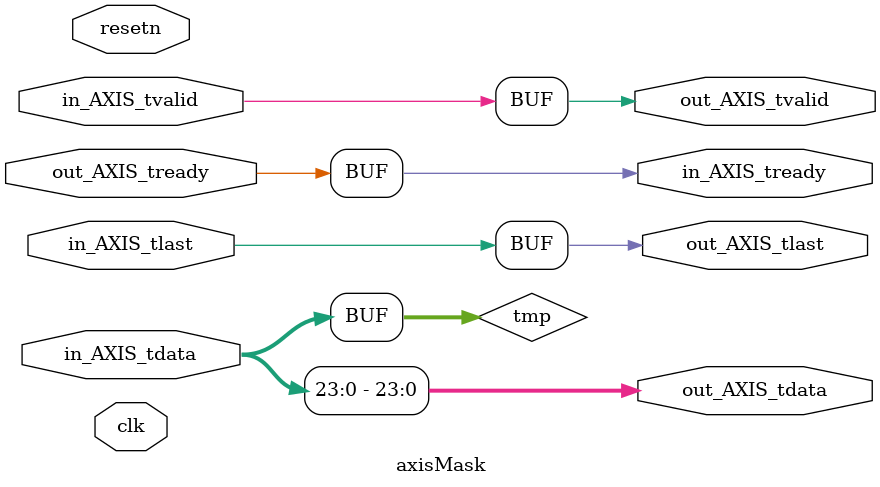
<source format=v>
`timescale 1ns / 1ps


module axisMask(
input clk,
input resetn,

input [31:0]       in_AXIS_tdata,
input              in_AXIS_tvalid,
input              in_AXIS_tlast,
output wire        in_AXIS_tready,

output wire [23:0] out_AXIS_tdata,
output wire        out_AXIS_tvalid,
output wire        out_AXIS_tlast,
input              out_AXIS_tready
);

(* KEEP = "TRUE" *) wire [31:0] tmp;


assign tmp = in_AXIS_tdata;
assign out_AXIS_tdata  = tmp[23:0];
assign out_AXIS_tvalid = in_AXIS_tvalid;
assign out_AXIS_tlast  = in_AXIS_tlast;
assign in_AXIS_tready  = out_AXIS_tready;

endmodule
</source>
